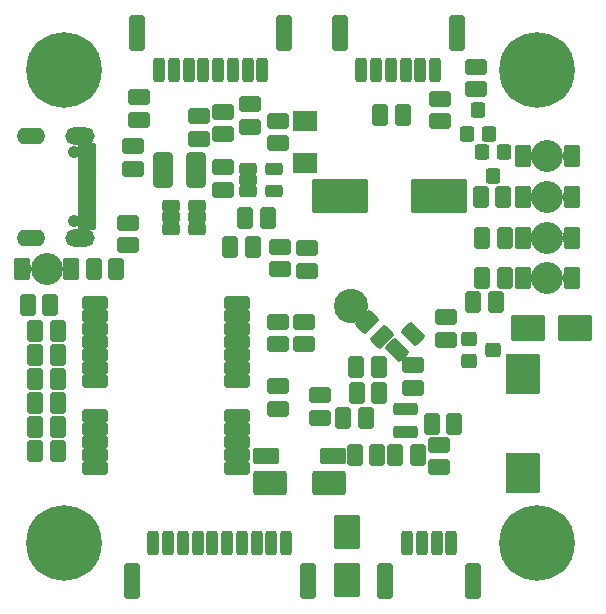
<source format=gbr>
G04 #@! TF.GenerationSoftware,KiCad,Pcbnew,(5.99.0-6591-gee6c8b60ac)*
G04 #@! TF.CreationDate,2020-11-09T16:27:33+01:00*
G04 #@! TF.ProjectId,TFGPS01A,54464750-5330-4314-912e-6b696361645f,REV*
G04 #@! TF.SameCoordinates,Original*
G04 #@! TF.FileFunction,Soldermask,Bot*
G04 #@! TF.FilePolarity,Negative*
%FSLAX46Y46*%
G04 Gerber Fmt 4.6, Leading zero omitted, Abs format (unit mm)*
G04 Created by KiCad (PCBNEW (5.99.0-6591-gee6c8b60ac)) date 2020-11-09 16:27:33*
%MOMM*%
%LPD*%
G01*
G04 APERTURE LIST*
G04 Aperture macros list*
%AMRoundRect*
0 Rectangle with rounded corners*
0 $1 Rounding radius*
0 $2 $3 $4 $5 $6 $7 $8 $9 X,Y pos of 4 corners*
0 Add a 4 corners polygon primitive as box body*
4,1,4,$2,$3,$4,$5,$6,$7,$8,$9,$2,$3,0*
0 Add four circle primitives for the rounded corners*
1,1,$1+$1,$2,$3,0*
1,1,$1+$1,$4,$5,0*
1,1,$1+$1,$6,$7,0*
1,1,$1+$1,$8,$9,0*
0 Add four rect primitives between the rounded corners*
20,1,$1+$1,$2,$3,$4,$5,0*
20,1,$1+$1,$4,$5,$6,$7,0*
20,1,$1+$1,$6,$7,$8,$9,0*
20,1,$1+$1,$8,$9,$2,$3,0*%
G04 Aperture macros list end*
%ADD10C,6.400000*%
%ADD11C,1.200000*%
%ADD12C,2.900000*%
%ADD13RoundRect,0.200000X0.850000X-0.650000X0.850000X0.650000X-0.850000X0.650000X-0.850000X-0.650000X0*%
%ADD14RoundRect,0.200000X0.444500X0.698500X-0.444500X0.698500X-0.444500X-0.698500X0.444500X-0.698500X0*%
%ADD15RoundRect,0.200000X0.530000X0.325000X-0.530000X0.325000X-0.530000X-0.325000X0.530000X-0.325000X0*%
%ADD16RoundRect,0.200000X0.575000X-0.300000X0.575000X0.300000X-0.575000X0.300000X-0.575000X-0.300000X0*%
%ADD17RoundRect,0.200000X0.575000X-0.150000X0.575000X0.150000X-0.575000X0.150000X-0.575000X-0.150000X0*%
%ADD18O,2.400000X1.400000*%
%ADD19O,2.500000X1.450000*%
%ADD20C,1.050000*%
%ADD21RoundRect,0.200000X0.698500X-0.444500X0.698500X0.444500X-0.698500X0.444500X-0.698500X-0.444500X0*%
%ADD22RoundRect,0.200000X-0.200000X0.325000X-0.200000X-0.325000X0.200000X-0.325000X0.200000X0.325000X0*%
%ADD23C,2.700000*%
%ADD24RoundRect,0.200000X0.475000X0.750000X-0.475000X0.750000X-0.475000X-0.750000X0.475000X-0.750000X0*%
%ADD25RoundRect,0.200000X-0.400000X0.450000X-0.400000X-0.450000X0.400000X-0.450000X0.400000X0.450000X0*%
%ADD26RoundRect,0.200000X-0.444500X-0.698500X0.444500X-0.698500X0.444500X0.698500X-0.444500X0.698500X0*%
%ADD27RoundRect,0.250000X-0.250000X-0.800000X0.250000X-0.800000X0.250000X0.800000X-0.250000X0.800000X0*%
%ADD28RoundRect,0.350000X-0.350000X-1.200000X0.350000X-1.200000X0.350000X1.200000X-0.350000X1.200000X0*%
%ADD29RoundRect,0.200000X-0.698500X0.444500X-0.698500X-0.444500X0.698500X-0.444500X0.698500X0.444500X0*%
%ADD30RoundRect,0.200000X-0.900000X1.250000X-0.900000X-1.250000X0.900000X-1.250000X0.900000X1.250000X0*%
%ADD31RoundRect,0.250000X0.250000X0.800000X-0.250000X0.800000X-0.250000X-0.800000X0.250000X-0.800000X0*%
%ADD32RoundRect,0.350000X0.350000X1.200000X-0.350000X1.200000X-0.350000X-1.200000X0.350000X-1.200000X0*%
%ADD33RoundRect,0.200000X-1.250000X-0.900000X1.250000X-0.900000X1.250000X0.900000X-1.250000X0.900000X0*%
%ADD34RoundRect,0.330000X-0.495000X-1.195000X0.495000X-1.195000X0.495000X1.195000X-0.495000X1.195000X0*%
%ADD35RoundRect,0.200000X-0.179605X0.808223X-0.808223X0.179605X0.179605X-0.808223X0.808223X-0.179605X0*%
%ADD36RoundRect,0.300000X0.800000X0.300000X-0.800000X0.300000X-0.800000X-0.300000X0.800000X-0.300000X0*%
%ADD37RoundRect,0.290000X-2.110000X-1.160000X2.110000X-1.160000X2.110000X1.160000X-2.110000X1.160000X0*%
%ADD38RoundRect,0.200000X-0.450000X-0.400000X0.450000X-0.400000X0.450000X0.400000X-0.450000X0.400000X0*%
%ADD39RoundRect,0.200000X0.808223X0.179605X0.179605X0.808223X-0.808223X-0.179605X-0.179605X-0.808223X0*%
%ADD40RoundRect,0.200000X-0.475000X-0.750000X0.475000X-0.750000X0.475000X0.750000X-0.475000X0.750000X0*%
%ADD41RoundRect,0.200000X0.900000X0.500000X-0.900000X0.500000X-0.900000X-0.500000X0.900000X-0.500000X0*%
%ADD42RoundRect,0.200000X1.200000X0.850000X-1.200000X0.850000X-1.200000X-0.850000X1.200000X-0.850000X0*%
%ADD43RoundRect,0.200000X-0.530000X-0.325000X0.530000X-0.325000X0.530000X0.325000X-0.530000X0.325000X0*%
%ADD44RoundRect,0.200000X1.250000X-1.525000X1.250000X1.525000X-1.250000X1.525000X-1.250000X-1.525000X0*%
%ADD45RoundRect,0.200000X0.400000X-0.450000X0.400000X0.450000X-0.400000X0.450000X-0.400000X-0.450000X0*%
G04 APERTURE END LIST*
D10*
X45420000Y5380000D03*
X5380000Y5380000D03*
X45420000Y45420000D03*
D11*
X29626000Y25450000D03*
D12*
X29626000Y25450000D03*
D10*
X5380000Y45420000D03*
D13*
X25781000Y37592000D03*
X25781000Y41092000D03*
D14*
X42672000Y27813000D03*
X40767000Y27813000D03*
D15*
X16594000Y33904000D03*
X16594000Y32954000D03*
X16594000Y32004000D03*
X14394000Y32004000D03*
X14394000Y32954000D03*
X14394000Y33904000D03*
D16*
X7295000Y32360000D03*
X7295000Y33160000D03*
D17*
X7295000Y34310000D03*
X7295000Y35310000D03*
X7295000Y35810000D03*
X7295000Y36810000D03*
D16*
X7295000Y38760000D03*
X7295000Y37960000D03*
D17*
X7295000Y37310000D03*
X7295000Y36310000D03*
X7295000Y34810000D03*
X7295000Y33810000D03*
D18*
X2540000Y31240000D03*
X2540000Y39880000D03*
D19*
X6720000Y31240000D03*
X6720000Y39880000D03*
D20*
X6220000Y38450000D03*
X6220000Y32670000D03*
D21*
X25908000Y28448000D03*
X25908000Y30353000D03*
D22*
X33619555Y16714043D03*
X34269555Y16714043D03*
X34919555Y16714043D03*
X34919555Y14814043D03*
X34269555Y14814043D03*
X33619555Y14814043D03*
D23*
X46260000Y27813000D03*
D24*
X44185000Y27813000D03*
X48335000Y27813000D03*
D25*
X40706000Y38465000D03*
X42606000Y38465000D03*
X41656000Y36465000D03*
D14*
X4826000Y15240000D03*
X2921000Y15240000D03*
D21*
X23495000Y22225000D03*
X23495000Y24130000D03*
D26*
X40005000Y25781000D03*
X41910000Y25781000D03*
D14*
X32022394Y18110402D03*
X30117394Y18110402D03*
D27*
X13405000Y45394000D03*
X14655000Y45394000D03*
X15905000Y45394000D03*
X17155000Y45394000D03*
X18405000Y45394000D03*
X19655000Y45394000D03*
X20905000Y45394000D03*
X22155000Y45394000D03*
D28*
X11555000Y48594000D03*
X24005000Y48594000D03*
D26*
X32131000Y41656000D03*
X34036000Y41656000D03*
D23*
X46260000Y31242000D03*
D24*
X44185000Y31242000D03*
X48335000Y31242000D03*
D29*
X23495000Y18632500D03*
X23495000Y16727500D03*
D23*
X46260000Y34671000D03*
D24*
X44185000Y34671000D03*
X48335000Y34671000D03*
D29*
X18796000Y37211000D03*
X18796000Y35306000D03*
D14*
X21336000Y30480000D03*
X19431000Y30480000D03*
D21*
X18796000Y40005000D03*
X18796000Y41910000D03*
D30*
X29337000Y6286000D03*
X29337000Y2286000D03*
D14*
X22606000Y32893000D03*
X20701000Y32893000D03*
X42672000Y31242000D03*
X40767000Y31242000D03*
D29*
X37719000Y24511000D03*
X37719000Y22606000D03*
X40259000Y45720000D03*
X40259000Y43815000D03*
D31*
X38155000Y5359000D03*
X36905000Y5359000D03*
X35655000Y5359000D03*
X34405000Y5359000D03*
D32*
X32555000Y2159000D03*
X40005000Y2159000D03*
D21*
X11176000Y37084000D03*
X11176000Y38989000D03*
X21082000Y40640000D03*
X21082000Y42545000D03*
D14*
X4191000Y25527000D03*
X2286000Y25527000D03*
D33*
X44609000Y23622000D03*
X48609000Y23622000D03*
D21*
X11684000Y41211500D03*
X11684000Y43116500D03*
D29*
X37211000Y42989500D03*
X37211000Y41084500D03*
D14*
X4826000Y17272000D03*
X2921000Y17272000D03*
D23*
X46260000Y38147000D03*
D24*
X44185000Y38147000D03*
X48335000Y38147000D03*
D34*
X13710000Y36957000D03*
X16510000Y36957000D03*
D26*
X29984176Y12856902D03*
X31889176Y12856902D03*
D14*
X42545000Y34671000D03*
X40640000Y34671000D03*
D35*
X34858973Y23098823D03*
X33511935Y21751785D03*
D21*
X34939148Y18522534D03*
X34939148Y20427534D03*
D36*
X19970000Y25732500D03*
X19970000Y24632500D03*
X19970000Y23532500D03*
X19970000Y22432500D03*
X19970000Y21332500D03*
X19970000Y20232500D03*
X19970000Y19132500D03*
X19970000Y16132500D03*
X19970000Y15032500D03*
X19970000Y13932500D03*
X19970000Y12832500D03*
X19970000Y11732500D03*
X7970000Y11732500D03*
X7970000Y12832500D03*
X7970000Y13932500D03*
X7970000Y15032500D03*
X7970000Y16132500D03*
X7970000Y19132500D03*
X7970000Y20232500D03*
X7970000Y21332500D03*
X7970000Y22432500D03*
X7970000Y23532500D03*
X7970000Y24632500D03*
X7970000Y25732500D03*
D21*
X27030193Y15992908D03*
X27030193Y17897908D03*
D14*
X4826000Y21336000D03*
X2921000Y21336000D03*
X30907309Y15988598D03*
X29002309Y15988598D03*
D29*
X37084000Y13703300D03*
X37084000Y11798300D03*
D21*
X16764000Y39624000D03*
X16764000Y41529000D03*
D27*
X30530000Y45394000D03*
X31780000Y45394000D03*
X33030000Y45394000D03*
X34280000Y45394000D03*
X35530000Y45394000D03*
X36780000Y45394000D03*
D28*
X28680000Y48594000D03*
X38630000Y48594000D03*
D14*
X4826000Y13208000D03*
X2921000Y13208000D03*
D21*
X25654000Y22225000D03*
X25654000Y24130000D03*
D37*
X28702000Y34798000D03*
X37102000Y34798000D03*
D29*
X23495000Y41148000D03*
X23495000Y39243000D03*
D38*
X39640000Y20767000D03*
X39640000Y22667000D03*
X41640000Y21717000D03*
D26*
X7874000Y28575000D03*
X9779000Y28575000D03*
D39*
X32310981Y22780941D03*
X30963943Y24127979D03*
D23*
X3905000Y28575000D03*
D40*
X5980000Y28575000D03*
X1830000Y28575000D03*
D14*
X4826000Y23368000D03*
X2921000Y23368000D03*
D41*
X28093579Y12783639D03*
X22493579Y12783639D03*
D42*
X22793579Y10483639D03*
X27793579Y10483639D03*
D43*
X20955000Y35184000D03*
X20955000Y36134000D03*
X20955000Y37084000D03*
X23155000Y37084000D03*
X23155000Y35184000D03*
D31*
X24167000Y5406000D03*
X22917000Y5406000D03*
X21667000Y5406000D03*
X20417000Y5406000D03*
X19167000Y5406000D03*
X17917000Y5406000D03*
X16667000Y5406000D03*
X15417000Y5406000D03*
X14167000Y5406000D03*
X12917000Y5406000D03*
D32*
X26017000Y2206000D03*
X11067000Y2206000D03*
D14*
X32003945Y20282176D03*
X30098945Y20282176D03*
D21*
X23622000Y28575000D03*
X23622000Y30480000D03*
D29*
X10731501Y32512001D03*
X10731501Y30607001D03*
D26*
X36484510Y15445608D03*
X38389510Y15445608D03*
D14*
X4826000Y19304000D03*
X2921000Y19304000D03*
D44*
X44196000Y11269000D03*
X44196000Y19719000D03*
D45*
X41336000Y40021000D03*
X39436000Y40021000D03*
X40386000Y42021000D03*
D14*
X35291384Y12864203D03*
X33386384Y12864203D03*
G36*
X34185898Y21153664D02*
G01*
X34185814Y21152381D01*
X34171487Y21117791D01*
X34185452Y21084076D01*
X34227707Y21071258D01*
X34229074Y21069798D01*
X34228493Y21067884D01*
X34227516Y21067382D01*
X34164890Y21054925D01*
X34100669Y21012013D01*
X34057757Y20947792D01*
X34045401Y20885678D01*
X34044082Y20884174D01*
X34042120Y20884564D01*
X34041477Y20885678D01*
X34034663Y20919937D01*
X34004321Y20940210D01*
X33960117Y20926802D01*
X33958169Y20927256D01*
X33957588Y20929170D01*
X33958122Y20930130D01*
X34182552Y21154560D01*
X34184484Y21155078D01*
X34185898Y21153664D01*
G37*
G36*
X33270357Y22831890D02*
G01*
X33270525Y22830615D01*
X33263711Y22796358D01*
X33284050Y22765917D01*
X33318309Y22759103D01*
X33319813Y22757784D01*
X33319423Y22755822D01*
X33318309Y22755179D01*
X33256572Y22742899D01*
X33192183Y22699875D01*
X32563845Y22071537D01*
X32520821Y22007148D01*
X32506734Y21936331D01*
X32505415Y21934827D01*
X32503453Y21935217D01*
X32502810Y21936331D01*
X32495997Y21970590D01*
X32465654Y21990863D01*
X32421450Y21977455D01*
X32419502Y21977909D01*
X32418921Y21979823D01*
X32419455Y21980783D01*
X33259071Y22820399D01*
X33266900Y22832116D01*
X33268694Y22833001D01*
X33270357Y22831890D01*
G37*
G36*
X44977911Y28219902D02*
G01*
X44978312Y28218097D01*
X44932486Y28047073D01*
X44912007Y27813000D01*
X44932486Y27578927D01*
X44975076Y27419981D01*
X44974558Y27418049D01*
X44972626Y27417531D01*
X44971251Y27418817D01*
X44955551Y27464803D01*
X44931082Y27492608D01*
X44894544Y27494938D01*
X44866921Y27470629D01*
X44861948Y27449218D01*
X44860582Y27447757D01*
X44858634Y27448209D01*
X44858000Y27449670D01*
X44858000Y28182279D01*
X44859000Y28184011D01*
X44861000Y28184011D01*
X44861848Y28183044D01*
X44876175Y28148455D01*
X44909999Y28134445D01*
X44944006Y28148530D01*
X44955193Y28166108D01*
X44974500Y28219297D01*
X44976031Y28220584D01*
X44977911Y28219902D01*
G37*
G36*
X47532502Y28267732D02*
G01*
X47535005Y28262176D01*
X47535118Y28261857D01*
X47563442Y28152731D01*
X47585759Y28123169D01*
X47622019Y28118106D01*
X47651353Y28140250D01*
X47658070Y28164930D01*
X47659490Y28166339D01*
X47661420Y28165814D01*
X47662000Y28164405D01*
X47662000Y27460713D01*
X47661000Y27458981D01*
X47659000Y27458981D01*
X47658152Y27459948D01*
X47643825Y27494537D01*
X47610001Y27508547D01*
X47576032Y27494477D01*
X47563713Y27473415D01*
X47556138Y27446375D01*
X47554708Y27444977D01*
X47552782Y27445517D01*
X47552280Y27447433D01*
X47587514Y27578927D01*
X47607993Y27813000D01*
X47587514Y28047073D01*
X47528747Y28266393D01*
X47529265Y28268325D01*
X47531197Y28268843D01*
X47532502Y28267732D01*
G37*
G36*
X2622911Y28981902D02*
G01*
X2623312Y28980097D01*
X2577486Y28809073D01*
X2557007Y28575000D01*
X2577486Y28340927D01*
X2620076Y28181981D01*
X2619558Y28180049D01*
X2617626Y28179531D01*
X2616251Y28180817D01*
X2600551Y28226803D01*
X2576082Y28254608D01*
X2539544Y28256938D01*
X2511921Y28232629D01*
X2506948Y28211218D01*
X2505582Y28209757D01*
X2503634Y28210209D01*
X2503000Y28211670D01*
X2503000Y28944279D01*
X2504000Y28946011D01*
X2506000Y28946011D01*
X2506848Y28945044D01*
X2521175Y28910455D01*
X2554999Y28896445D01*
X2589006Y28910530D01*
X2600193Y28928108D01*
X2619500Y28981297D01*
X2621031Y28982584D01*
X2622911Y28981902D01*
G37*
G36*
X5177502Y29029732D02*
G01*
X5180005Y29024176D01*
X5180118Y29023857D01*
X5208442Y28914731D01*
X5230759Y28885169D01*
X5267019Y28880106D01*
X5296353Y28902250D01*
X5303070Y28926930D01*
X5304490Y28928339D01*
X5306420Y28927814D01*
X5307000Y28926405D01*
X5307000Y28222713D01*
X5306000Y28220981D01*
X5304000Y28220981D01*
X5303152Y28221948D01*
X5288825Y28256537D01*
X5255001Y28270547D01*
X5221032Y28256477D01*
X5208713Y28235415D01*
X5201138Y28208375D01*
X5199708Y28206977D01*
X5197782Y28207517D01*
X5197280Y28209433D01*
X5232514Y28340927D01*
X5252993Y28575000D01*
X5232514Y28809073D01*
X5173747Y29028393D01*
X5174265Y29030325D01*
X5176197Y29030843D01*
X5177502Y29029732D01*
G37*
G36*
X44977911Y31648902D02*
G01*
X44978312Y31647097D01*
X44932486Y31476073D01*
X44912007Y31242000D01*
X44932486Y31007927D01*
X44975076Y30848981D01*
X44974558Y30847049D01*
X44972626Y30846531D01*
X44971251Y30847817D01*
X44955551Y30893803D01*
X44931082Y30921608D01*
X44894544Y30923938D01*
X44866921Y30899629D01*
X44861948Y30878218D01*
X44860582Y30876757D01*
X44858634Y30877209D01*
X44858000Y30878670D01*
X44858000Y31611279D01*
X44859000Y31613011D01*
X44861000Y31613011D01*
X44861848Y31612044D01*
X44876175Y31577455D01*
X44909999Y31563445D01*
X44944006Y31577530D01*
X44955193Y31595108D01*
X44974500Y31648297D01*
X44976031Y31649584D01*
X44977911Y31648902D01*
G37*
G36*
X47532502Y31696732D02*
G01*
X47535005Y31691176D01*
X47535118Y31690857D01*
X47563442Y31581731D01*
X47585759Y31552169D01*
X47622019Y31547106D01*
X47651353Y31569250D01*
X47658070Y31593930D01*
X47659490Y31595339D01*
X47661420Y31594814D01*
X47662000Y31593405D01*
X47662000Y30889713D01*
X47661000Y30887981D01*
X47659000Y30887981D01*
X47658152Y30888948D01*
X47643825Y30923537D01*
X47610001Y30937547D01*
X47576032Y30923477D01*
X47563713Y30902415D01*
X47556138Y30875375D01*
X47554708Y30873977D01*
X47552782Y30874517D01*
X47552280Y30876433D01*
X47587514Y31007927D01*
X47607993Y31242000D01*
X47587514Y31476073D01*
X47528747Y31695393D01*
X47529265Y31697325D01*
X47531197Y31697843D01*
X47532502Y31696732D01*
G37*
G36*
X44977911Y35077902D02*
G01*
X44978312Y35076097D01*
X44932486Y34905073D01*
X44912007Y34671000D01*
X44932486Y34436927D01*
X44975076Y34277981D01*
X44974558Y34276049D01*
X44972626Y34275531D01*
X44971251Y34276817D01*
X44955551Y34322803D01*
X44931082Y34350608D01*
X44894544Y34352938D01*
X44866921Y34328629D01*
X44861948Y34307218D01*
X44860582Y34305757D01*
X44858634Y34306209D01*
X44858000Y34307670D01*
X44858000Y35040279D01*
X44859000Y35042011D01*
X44861000Y35042011D01*
X44861848Y35041044D01*
X44876175Y35006455D01*
X44909999Y34992445D01*
X44944006Y35006530D01*
X44955193Y35024108D01*
X44974500Y35077297D01*
X44976031Y35078584D01*
X44977911Y35077902D01*
G37*
G36*
X47532502Y35125732D02*
G01*
X47535005Y35120176D01*
X47535118Y35119857D01*
X47563442Y35010731D01*
X47585759Y34981169D01*
X47622019Y34976106D01*
X47651353Y34998250D01*
X47658070Y35022930D01*
X47659490Y35024339D01*
X47661420Y35023814D01*
X47662000Y35022405D01*
X47662000Y34318713D01*
X47661000Y34316981D01*
X47659000Y34316981D01*
X47658152Y34317948D01*
X47643825Y34352537D01*
X47610001Y34366547D01*
X47576032Y34352477D01*
X47563713Y34331415D01*
X47556138Y34304375D01*
X47554708Y34302977D01*
X47552782Y34303517D01*
X47552280Y34305433D01*
X47587514Y34436927D01*
X47607993Y34671000D01*
X47587514Y34905073D01*
X47528747Y35124393D01*
X47529265Y35126325D01*
X47531197Y35126843D01*
X47532502Y35125732D01*
G37*
G36*
X44977911Y38553902D02*
G01*
X44978312Y38552097D01*
X44932486Y38381073D01*
X44912007Y38147000D01*
X44932486Y37912927D01*
X44975076Y37753981D01*
X44974558Y37752049D01*
X44972626Y37751531D01*
X44971251Y37752817D01*
X44955551Y37798803D01*
X44931082Y37826608D01*
X44894544Y37828938D01*
X44866921Y37804629D01*
X44861948Y37783218D01*
X44860582Y37781757D01*
X44858634Y37782209D01*
X44858000Y37783670D01*
X44858000Y38516279D01*
X44859000Y38518011D01*
X44861000Y38518011D01*
X44861848Y38517044D01*
X44876175Y38482455D01*
X44909999Y38468445D01*
X44944006Y38482530D01*
X44955193Y38500108D01*
X44974500Y38553297D01*
X44976031Y38554584D01*
X44977911Y38553902D01*
G37*
G36*
X47532502Y38601732D02*
G01*
X47535005Y38596176D01*
X47535118Y38595857D01*
X47563442Y38486731D01*
X47585759Y38457169D01*
X47622019Y38452106D01*
X47651353Y38474250D01*
X47658070Y38498930D01*
X47659490Y38500339D01*
X47661420Y38499814D01*
X47662000Y38498405D01*
X47662000Y37794713D01*
X47661000Y37792981D01*
X47659000Y37792981D01*
X47658152Y37793948D01*
X47643825Y37828537D01*
X47610001Y37842547D01*
X47576032Y37828477D01*
X47563713Y37807415D01*
X47556138Y37780375D01*
X47554708Y37778977D01*
X47552782Y37779517D01*
X47552280Y37781433D01*
X47587514Y37912927D01*
X47607993Y38147000D01*
X47587514Y38381073D01*
X47528747Y38600393D01*
X47529265Y38602325D01*
X47531197Y38602843D01*
X47532502Y38601732D01*
G37*
M02*

</source>
